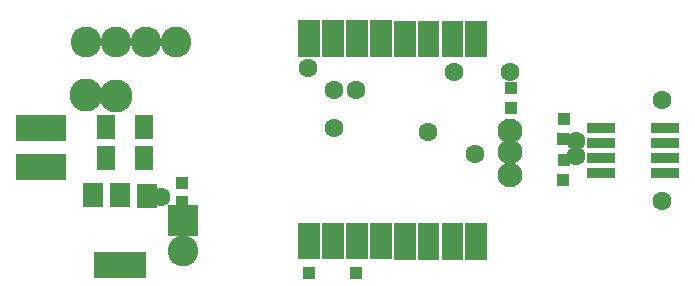
<source format=gbr>
%FSLAX34Y34*%
%MOMM*%
%LNSOLDERMASK_TOP*%
G71*
G01*
%ADD10R, 1.70X2.10*%
%ADD11R, 4.40X2.30*%
%ADD12C, 2.80*%
%ADD13R, 4.20X2.20*%
%ADD14R, 1.50X2.00*%
%ADD15R, 1.10X1.10*%
%ADD16C, 2.10*%
%ADD17C, 1.60*%
%ADD18C, 2.60*%
%ADD19C, 2.60*%
%ADD20R, 2.40X0.90*%
%LPD*%
X108726Y22125D02*
G54D10*
D03*
X85726Y22225D02*
G54D10*
D03*
X62726Y22225D02*
G54D10*
D03*
X85626Y-36475D02*
G54D11*
D03*
G36*
X396600Y170281D02*
X396600Y139281D01*
X378100Y139281D01*
X378100Y170281D01*
X396600Y170281D01*
G37*
G36*
X335879Y170281D02*
X335879Y139281D01*
X317379Y139281D01*
X317379Y170281D01*
X335879Y170281D01*
G37*
G36*
X376360Y170281D02*
X376360Y139281D01*
X357860Y139281D01*
X357860Y170281D01*
X376360Y170281D01*
G37*
G36*
X315638Y170678D02*
X315638Y139678D01*
X297138Y139678D01*
X297138Y170678D01*
X315638Y170678D01*
G37*
G36*
X356119Y170281D02*
X356119Y139281D01*
X337619Y139281D01*
X337619Y170281D01*
X356119Y170281D01*
G37*
G36*
X315638Y170678D02*
X315638Y139678D01*
X297138Y139678D01*
X297138Y170678D01*
X315638Y170678D01*
G37*
G36*
X254916Y170678D02*
X254916Y139678D01*
X236416Y139678D01*
X236416Y170678D01*
X254916Y170678D01*
G37*
G36*
X295397Y170678D02*
X295397Y139678D01*
X276897Y139678D01*
X276897Y170678D01*
X295397Y170678D01*
G37*
G36*
X275156Y170678D02*
X275156Y139678D01*
X256656Y139678D01*
X256656Y170678D01*
X275156Y170678D01*
G37*
G36*
X396600Y-1169D02*
X396600Y-32169D01*
X378100Y-32169D01*
X378100Y-1169D01*
X396600Y-1169D01*
G37*
G36*
X335878Y-1169D02*
X335878Y-32169D01*
X317378Y-32169D01*
X317378Y-1169D01*
X335878Y-1169D01*
G37*
G36*
X376359Y-1169D02*
X376359Y-32169D01*
X357859Y-32169D01*
X357859Y-1169D01*
X376359Y-1169D01*
G37*
G36*
X315637Y-772D02*
X315637Y-31772D01*
X297137Y-31772D01*
X297137Y-772D01*
X315637Y-772D01*
G37*
G36*
X356119Y-1169D02*
X356119Y-32169D01*
X337619Y-32169D01*
X337619Y-1169D01*
X356119Y-1169D01*
G37*
G36*
X315637Y-772D02*
X315637Y-31772D01*
X297137Y-31772D01*
X297137Y-772D01*
X315637Y-772D01*
G37*
G36*
X254916Y-772D02*
X254916Y-31772D01*
X236416Y-31772D01*
X236416Y-772D01*
X254916Y-772D01*
G37*
G36*
X295397Y-772D02*
X295397Y-31772D01*
X276897Y-31772D01*
X276897Y-772D01*
X295397Y-772D01*
G37*
G36*
X275156Y-772D02*
X275156Y-31772D01*
X256656Y-31772D01*
X256656Y-772D01*
X275156Y-772D01*
G37*
X57155Y107161D02*
G54D12*
D03*
X82555Y106368D02*
G54D12*
D03*
X19050Y79375D02*
G54D13*
D03*
X19050Y46275D02*
G54D13*
D03*
X73819Y80169D02*
G54D14*
D03*
X106319Y80269D02*
G54D14*
D03*
X73819Y53975D02*
G54D14*
D03*
X106319Y54075D02*
G54D14*
D03*
X285762Y-26430D02*
G54D15*
D03*
X285662Y-43130D02*
G54D15*
D03*
X245438Y-26430D02*
G54D15*
D03*
X245338Y-43130D02*
G54D15*
D03*
X415925Y76999D02*
G54D16*
D03*
X415925Y58742D02*
G54D16*
D03*
X415925Y39692D02*
G54D16*
D03*
X416888Y113270D02*
G54D15*
D03*
X416788Y96570D02*
G54D15*
D03*
X266705Y79375D02*
G54D17*
D03*
X368305Y127000D02*
G54D17*
D03*
X415930Y127000D02*
G54D17*
D03*
X346080Y76200D02*
G54D17*
D03*
X285755Y111125D02*
G54D17*
D03*
X57168Y152382D02*
G54D18*
D03*
X82568Y152382D02*
G54D18*
D03*
X107968Y152382D02*
G54D18*
D03*
X133368Y152382D02*
G54D18*
D03*
X244480Y130175D02*
G54D17*
D03*
X266705Y111125D02*
G54D17*
D03*
X138281Y33101D02*
G54D15*
D03*
X138181Y16401D02*
G54D15*
D03*
G36*
X151924Y-12224D02*
X125924Y-12224D01*
X125924Y13776D01*
X151924Y13776D01*
X151924Y-12224D01*
G37*
X138924Y-24624D02*
G54D19*
D03*
X546917Y41570D02*
G54D20*
D03*
X546917Y54270D02*
G54D20*
D03*
X546917Y66970D02*
G54D20*
D03*
X546917Y79670D02*
G54D20*
D03*
X492917Y79670D02*
G54D20*
D03*
X492917Y66970D02*
G54D20*
D03*
X492917Y54270D02*
G54D20*
D03*
X492917Y41570D02*
G54D20*
D03*
X544755Y17162D02*
G54D17*
D03*
X544755Y102888D02*
G54D17*
D03*
X461030Y35250D02*
G54D15*
D03*
X461130Y51950D02*
G54D15*
D03*
X461030Y70175D02*
G54D15*
D03*
X461130Y86875D02*
G54D15*
D03*
X471730Y67962D02*
G54D17*
D03*
X471730Y55262D02*
G54D17*
D03*
X120755Y21125D02*
G54D17*
D03*
X386549Y57712D02*
G54D17*
D03*
M02*

</source>
